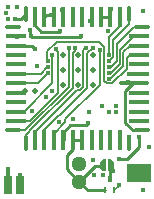
<source format=gbl>
%FSLAX23Y23*%
%MOIN*%
G70*
G01*
G75*
G04 Layer_Physical_Order=4*
G04 Layer_Color=16711680*
%ADD10C,0.008*%
%ADD11R,0.030X0.030*%
%ADD12R,0.020X0.020*%
%ADD13R,0.020X0.020*%
%ADD14R,0.043X0.035*%
%ADD15R,0.030X0.030*%
%ADD16R,0.044X0.058*%
%ADD17R,0.058X0.044*%
%ADD18R,0.107X0.051*%
%ADD19R,0.024X0.010*%
%ADD20R,0.010X0.024*%
%ADD21R,0.122X0.122*%
%ADD22R,0.011X0.020*%
%ADD23R,0.063X0.035*%
%ADD24R,0.020X0.012*%
%ADD25R,0.019X0.012*%
%ADD26R,0.010X0.028*%
%ADD27R,0.094X0.065*%
%ADD28R,0.028X0.051*%
%ADD29C,0.010*%
%ADD30C,0.006*%
%ADD31C,0.012*%
%ADD32C,0.020*%
%ADD33C,0.005*%
%ADD34C,0.051*%
%ADD35C,0.016*%
%ADD36C,0.020*%
%ADD37O,0.053X0.016*%
%ADD38O,0.069X0.016*%
%ADD39O,0.100X0.016*%
%ADD40O,0.016X0.053*%
%ADD41O,0.016X0.069*%
%ADD42R,0.030X0.059*%
%ADD43R,0.014X0.020*%
%ADD44R,0.011X0.020*%
%ADD45R,0.080X0.063*%
G36*
X350Y88D02*
X340D01*
X330Y98D01*
Y118D01*
X340Y128D01*
X350D01*
Y88D01*
D02*
G37*
G36*
X377Y118D02*
Y98D01*
X367Y88D01*
X357D01*
Y128D01*
X367D01*
X377Y118D01*
D02*
G37*
D29*
X170Y607D02*
X176Y601D01*
X168Y607D02*
X170D01*
X151D02*
X168D01*
X145Y601D02*
X151Y607D01*
X230Y239D02*
X283D01*
X209Y218D02*
X230Y239D01*
X209Y191D02*
Y218D01*
X460Y167D02*
Y199D01*
X97Y540D02*
X100Y537D01*
X97Y540D02*
Y556D01*
X100Y537D02*
X102Y535D01*
X265D01*
X267Y537D01*
X103Y505D02*
X115Y494D01*
X49Y505D02*
X103D01*
X67Y594D02*
X82Y609D01*
X47Y594D02*
X67D01*
X283Y239D02*
X291Y247D01*
X440Y379D02*
X445D01*
X413Y352D02*
X440Y379D01*
X413Y248D02*
Y352D01*
Y248D02*
X439Y222D01*
X469D01*
X334Y601D02*
X365D01*
X208Y189D02*
X209Y191D01*
X196Y551D02*
X197Y552D01*
X134Y551D02*
X196D01*
X113Y572D02*
X134Y551D01*
X113Y572D02*
Y601D01*
X239Y189D02*
X271D01*
X239Y160D02*
Y189D01*
X220Y141D02*
X239Y160D01*
X220Y92D02*
Y141D01*
Y92D02*
X261Y51D01*
X421Y128D02*
X460Y167D01*
X393Y128D02*
X421D01*
X368Y87D02*
X372D01*
X363Y92D02*
X368Y87D01*
X363Y60D02*
Y92D01*
Y100D01*
X261Y51D02*
X312Y102D01*
X339D01*
X261Y51D02*
X290Y22D01*
X346D01*
D30*
X428Y578D02*
Y609D01*
X375Y525D02*
X428Y578D01*
X375Y467D02*
Y525D01*
X397Y571D02*
Y601D01*
X361Y535D02*
X397Y571D01*
X361Y473D02*
Y535D01*
X145Y189D02*
Y222D01*
X195Y272D02*
X196D01*
X145Y222D02*
X195Y272D01*
X288Y364D02*
Y480D01*
X113Y216D02*
X253Y356D01*
X275Y367D02*
Y489D01*
X264Y356D02*
X275Y367D01*
X253Y356D02*
X264D01*
X196Y272D02*
X288Y364D01*
X275Y489D02*
X283Y497D01*
X171Y379D02*
Y471D01*
X77Y285D02*
X171Y379D01*
X49Y285D02*
X77D01*
X408Y437D02*
Y483D01*
X364Y393D02*
X408Y437D01*
X397Y444D02*
Y491D01*
X366Y413D02*
X397Y444D01*
X386Y453D02*
Y511D01*
X366Y433D02*
X386Y453D01*
X360Y452D02*
X375Y467D01*
X360Y473D02*
X361D01*
X408Y483D02*
X430Y505D01*
X397Y491D02*
X443Y537D01*
X386Y511D02*
X443Y568D01*
X155Y433D02*
X156D01*
X133Y411D02*
X155Y433D01*
X170Y472D02*
X171Y471D01*
X49Y253D02*
X96D01*
X189Y346D01*
Y485D01*
X182Y492D02*
X189Y485D01*
X227Y368D02*
Y497D01*
X81Y222D02*
X227Y368D01*
X41Y222D02*
X81D01*
X82Y181D02*
Y207D01*
X107Y232D01*
X108D02*
X239Y363D01*
X107Y232D02*
X108D01*
X239Y363D02*
Y480D01*
X113Y189D02*
Y216D01*
X359Y452D02*
X360D01*
X359Y393D02*
X364D01*
X359Y413D02*
X366D01*
X359Y433D02*
X366D01*
X49Y411D02*
X133D01*
X122Y379D02*
X156Y413D01*
X49Y379D02*
X122D01*
X239Y480D02*
X247Y487D01*
Y497D01*
X288Y480D02*
X306Y497D01*
Y498D01*
X443Y568D02*
X469D01*
X443Y537D02*
X461D01*
X430Y505D02*
X461D01*
X393Y37D02*
Y39D01*
X378Y22D02*
X393Y37D01*
D31*
X24Y93D02*
X25Y94D01*
X24Y39D02*
Y93D01*
X492Y167D02*
X492Y167D01*
X64Y39D02*
Y74D01*
D33*
X215Y249D02*
Y259D01*
X176Y209D02*
X215Y249D01*
X176Y189D02*
Y209D01*
X215Y259D02*
X330Y373D01*
Y491D01*
X419Y428D02*
Y463D01*
X430Y474D01*
X345Y387D02*
Y501D01*
X370Y379D02*
X419Y428D01*
X353Y379D02*
X370D01*
X345Y387D02*
X353Y379D01*
X327Y518D02*
X345Y501D01*
X187Y518D02*
X327D01*
X155Y486D02*
X187Y518D01*
X430Y474D02*
X461D01*
X155Y454D02*
Y486D01*
Y454D02*
X156Y453D01*
D34*
X261Y110D02*
D03*
Y51D02*
D03*
D35*
X25Y94D02*
D03*
X103Y288D02*
D03*
X17Y614D02*
D03*
X54Y634D02*
D03*
X22Y568D02*
D03*
X151Y333D02*
D03*
X171Y354D02*
D03*
X385Y284D02*
D03*
X384Y305D02*
D03*
X359Y283D02*
D03*
X492Y167D02*
D03*
X121Y438D02*
D03*
X115Y494D02*
D03*
X54Y535D02*
D03*
X23Y595D02*
D03*
X97Y556D02*
D03*
X100Y537D02*
D03*
X427Y411D02*
D03*
X460Y199D02*
D03*
X428Y200D02*
D03*
X472Y619D02*
D03*
X357Y552D02*
D03*
X366Y626D02*
D03*
X298Y588D02*
D03*
X435Y443D02*
D03*
X360Y473D02*
D03*
X424Y383D02*
D03*
X330Y491D02*
D03*
X156Y453D02*
D03*
Y433D02*
D03*
X292Y283D02*
D03*
X291Y247D02*
D03*
X47Y594D02*
D03*
X23Y634D02*
D03*
X168Y607D02*
D03*
X204Y625D02*
D03*
X302D02*
D03*
X197Y552D02*
D03*
X267Y537D02*
D03*
X182Y492D02*
D03*
X170Y472D02*
D03*
X359Y393D02*
D03*
Y413D02*
D03*
Y433D02*
D03*
Y452D02*
D03*
X156Y413D02*
D03*
X283Y497D02*
D03*
X227D02*
D03*
X247D02*
D03*
X306Y498D02*
D03*
X474Y22D02*
D03*
X241Y259D02*
D03*
X195Y251D02*
D03*
X309Y72D02*
D03*
X341D02*
D03*
X393Y128D02*
D03*
X307Y122D02*
D03*
X338Y305D02*
D03*
X372Y87D02*
D03*
X393Y39D02*
D03*
X64Y74D02*
D03*
D36*
X208Y472D02*
D03*
X257D02*
D03*
X306D02*
D03*
X208Y423D02*
D03*
X257D02*
D03*
X306D02*
D03*
X208Y374D02*
D03*
X257D02*
D03*
X306D02*
D03*
X81Y353D02*
D03*
X113D02*
D03*
X473Y99D02*
D03*
Y59D02*
D03*
X433Y99D02*
D03*
Y59D02*
D03*
D37*
X469Y222D02*
D03*
Y568D02*
D03*
X41D02*
D03*
Y222D02*
D03*
D38*
X461Y253D02*
D03*
Y285D02*
D03*
Y316D02*
D03*
Y348D02*
D03*
Y411D02*
D03*
Y442D02*
D03*
Y474D02*
D03*
Y505D02*
D03*
Y537D02*
D03*
X49D02*
D03*
Y505D02*
D03*
Y474D02*
D03*
Y442D02*
D03*
Y411D02*
D03*
Y379D02*
D03*
Y348D02*
D03*
Y316D02*
D03*
Y285D02*
D03*
Y253D02*
D03*
D39*
X445Y379D02*
D03*
D40*
X428Y609D02*
D03*
X82D02*
D03*
Y181D02*
D03*
X428D02*
D03*
D41*
X397Y601D02*
D03*
X365D02*
D03*
X334D02*
D03*
X302D02*
D03*
X271D02*
D03*
X239D02*
D03*
X208D02*
D03*
X176D02*
D03*
X145D02*
D03*
X113D02*
D03*
Y189D02*
D03*
X145D02*
D03*
X176D02*
D03*
X208D02*
D03*
X239D02*
D03*
X271D02*
D03*
X302D02*
D03*
X334D02*
D03*
X365D02*
D03*
X397D02*
D03*
D42*
X64Y39D02*
D03*
X24D02*
D03*
D43*
X362Y60D02*
D03*
D44*
X346Y22D02*
D03*
X378D02*
D03*
D45*
X459Y79D02*
D03*
M02*

</source>
